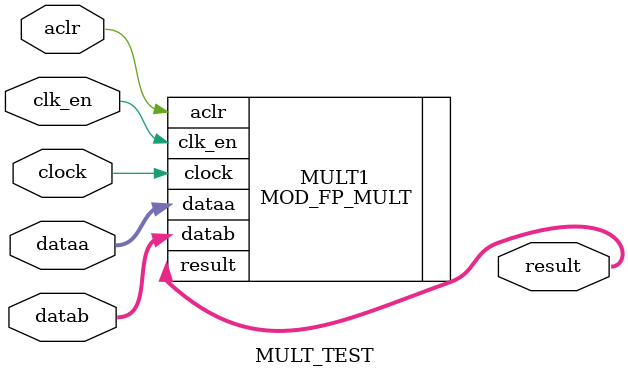
<source format=v>
module MULT_TEST
(
	dataa,
	datab,
	clk_en,
	clock,
	aclr,
	result
);

input signed [31:0] dataa;
input signed [31:0] datab;
input clk_en;
input clock;
input aclr;
output signed [31:0] result;

MOD_FP_MULT MULT1
	(
	.dataa(dataa),
	.datab(datab),
	.clk_en(clk_en),
	.clock(clock),
	.aclr(aclr),
	.result(result)
	);
	
endmodule

</source>
